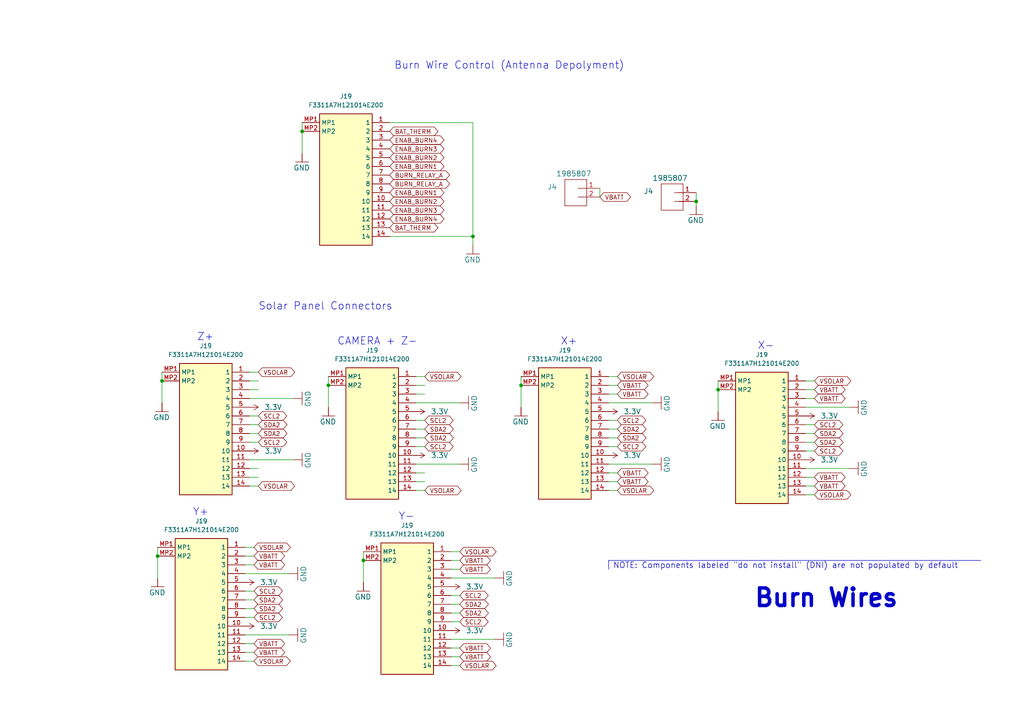
<source format=kicad_sch>
(kicad_sch (version 20230121) (generator eeschema)
  (paper "A4")
  (title_block (title "PyCubed Mainboard") (date "2021-06-09") (rev "v05c") (company "Max Holliday"))
  (lib_symbols
    (symbol "NDS8434_1" (pin_names (offset 1.016))
      (symbol "NDS8434_1_0_0"
        (polyline (pts (xy -7.62 -10.16) (xy -7.62 10.16)) (stroke (width 0.254)))
        (polyline (pts (xy -7.62 10.16) (xy 7.62 10.16)) (stroke (width 0.254)))
        (polyline (pts (xy 7.62 -10.16) (xy -7.62 -10.16)) (stroke (width 0.254)))
        (polyline (pts (xy 7.62 10.16) (xy 7.62 -10.16)) (stroke (width 0.254)))
        (pin bidirectional line (at -12.7 7.62 0) (length 5.08) (name "Source") (number "1"))
        (pin bidirectional line (at -12.7 2.54 0) (length 5.08) (name "Source") (number "2"))
        (pin bidirectional line (at -12.7 -2.54 0) (length 5.08) (name "Source") (number "3"))
        (pin bidirectional line (at -12.7 -7.62 0) (length 5.08) (name "Gate") (number "4"))
        (pin bidirectional line (at 12.7 7.62 180) (length 5.08) (name "Drain") (number "5"))
        (pin bidirectional line (at 12.7 2.54 180) (length 5.08) (name "Drain") (number "6"))
        (pin bidirectional line (at 12.7 -7.62 180) (length 5.08) (name "Drain") (number "7"))
        (pin bidirectional line (at 12.7 -2.54 180) (length 5.08) (name "Drain") (number "8"))
      )
    )
    (symbol "NDS8434_2" (pin_names (offset 1.016))
      (symbol "NDS8434_2_0_0"
        (polyline (pts (xy -7.62 -10.16) (xy -7.62 10.16)) (stroke (width 0.254)))
        (polyline (pts (xy -7.62 10.16) (xy 7.62 10.16)) (stroke (width 0.254)))
        (polyline (pts (xy 7.62 -10.16) (xy -7.62 -10.16)) (stroke (width 0.254)))
        (polyline (pts (xy 7.62 10.16) (xy 7.62 -10.16)) (stroke (width 0.254)))
        (pin bidirectional line (at -12.7 7.62 0) (length 5.08) (name "Source") (number "1"))
        (pin bidirectional line (at -12.7 2.54 0) (length 5.08) (name "Source") (number "2"))
        (pin bidirectional line (at -12.7 -2.54 0) (length 5.08) (name "Source") (number "3"))
        (pin bidirectional line (at -12.7 -7.62 0) (length 5.08) (name "Gate") (number "4"))
        (pin bidirectional line (at 12.7 7.62 180) (length 5.08) (name "Drain") (number "5"))
        (pin bidirectional line (at 12.7 2.54 180) (length 5.08) (name "Drain") (number "6"))
        (pin bidirectional line (at 12.7 -7.62 180) (length 5.08) (name "Drain") (number "7"))
        (pin bidirectional line (at 12.7 -2.54 180) (length 5.08) (name "Drain") (number "8"))
      )
    )
    (symbol "SamacSys_Parts:F3311A7H121014E200"
      (property "Reference" "J" (at 21.59 7.62 0))
      (property "Value" "F3311A7H121014E200" (at 21.59 5.08 0))
      (symbol "F3311A7H121014E200_1_1"
        (rectangle (start 5.08 2.54) (end 20.32 -35.56) (stroke (width 0.254)) (fill (type background)))
        (pin passive line (at 25.4 0 180) (length 5.08) (name "1") (number "1"))
        (pin passive line (at 25.4 -22.86 180) (length 5.08) (name "10") (number "10"))
        (pin passive line (at 25.4 -25.4 180) (length 5.08) (name "11") (number "11"))
        (pin passive line (at 25.4 -27.94 180) (length 5.08) (name "12") (number "12"))
        (pin passive line (at 25.4 -30.48 180) (length 5.08) (name "13") (number "13"))
        (pin passive line (at 25.4 -33.02 180) (length 5.08) (name "14") (number "14"))
        (pin passive line (at 25.4 -2.54 180) (length 5.08) (name "2") (number "2"))
        (pin passive line (at 25.4 -5.08 180) (length 5.08) (name "3") (number "3"))
        (pin passive line (at 25.4 -7.62 180) (length 5.08) (name "4") (number "4"))
        (pin passive line (at 25.4 -10.16 180) (length 5.08) (name "5") (number "5"))
        (pin passive line (at 25.4 -12.7 180) (length 5.08) (name "6") (number "6"))
        (pin passive line (at 25.4 -15.24 180) (length 5.08) (name "7") (number "7"))
        (pin passive line (at 25.4 -17.78 180) (length 5.08) (name "8") (number "8"))
        (pin passive line (at 25.4 -20.32 180) (length 5.08) (name "9") (number "9"))
        (pin passive line (at 0 0 0) (length 5.08) (name "MP1") (number "MP1"))
        (pin passive line (at 0 -2.54 0) (length 5.08) (name "MP2") (number "MP2"))
      )
    )
    (symbol "mainboard:3.3V" (power) (pin_names (offset 1.016))
      (property "Value" "3.3V" (at -1.016 3.556 0))
      (symbol "3.3V_1_0"
        (polyline (pts (xy 0 2.54) (xy -0.762 1.27)))
        (polyline (pts (xy 0.762 1.27) (xy 0 2.54)))
        (pin power_in line (at 0 0 90) (length 2.54) (name "3.3V") (number "1"))
      )
    )
    (symbol "mainboard:GND" (power) (pin_names (offset 1.016))
      (property "Value" "GND" (at -2.54 -2.54 0))
      (symbol "GND_1_0"
        (polyline (pts (xy -1.905 0) (xy 1.905 0)))
        (pin power_in line (at 0 2.54 270) (length 2.54) (name "GND") (number "1"))
      )
    )
    (symbol "mainboard:M023.5MM_LOCK" (pin_names (offset 1.016))
      (property "Reference" "JP" (at -2.54 5.842 0))
      (property "Value" "M023.5MM_LOCK" (at -2.54 -5.08 0))
      (symbol "M023.5MM_LOCK_1_0"
        (polyline (pts (xy -2.54 5.08) (xy -2.54 -2.54)))
        (polyline (pts (xy -2.54 5.08) (xy 3.81 5.08)))
        (polyline (pts (xy 1.27 0) (xy 2.54 0)))
        (polyline (pts (xy 1.27 2.54) (xy 2.54 2.54)))
        (polyline (pts (xy 3.81 -2.54) (xy -2.54 -2.54)))
        (polyline (pts (xy 3.81 -2.54) (xy 3.81 5.08)))
        (pin passive line (at 7.62 0 180) (length 5.08) (name "1") (number "1"))
        (pin passive line (at 7.62 2.54 180) (length 5.08) (name "2") (number "2"))
      )
    )
  )
  (junction (at 46.99 110.49))
  (junction (at 105.41 162.56))
  (junction (at 87.63 38.1))
  (junction (at 45.72 161.29))
  (junction (at 201.93 58.42))
  (junction (at 137.16 68.58))
  (junction (at 208.28 113.03))
  (junction (at 151.13 111.76))
  (junction (at 95.25 111.76))
  (wire (pts (xy 130.81 193.04) (xy 133.35 193.04)))
  (wire (pts (xy 74.93 120.65) (xy 72.39 120.65)))
  (wire (pts (xy 73.66 161.29) (xy 71.12 161.29)))
  (wire (pts (xy 73.66 171.45) (xy 71.12 171.45)))
  (wire (pts (xy 176.53 134.62) (xy 189.23 134.62)))
  (wire (pts (xy 45.72 161.29) (xy 45.72 167.64)))
  (wire (pts (xy 120.65 142.24) (xy 123.19 142.24)))
  (wire (pts (xy 179.07 114.3) (xy 176.53 114.3)))
  (wire (pts (xy 46.99 107.95) (xy 46.99 110.49)))
  (wire (pts (xy 201.93 58.42) (xy 201.93 59.69)))
  (wire (pts (xy 133.35 162.56) (xy 130.81 162.56)))
  (wire (pts (xy 179.07 121.92) (xy 176.53 121.92)))
  (wire (pts (xy 73.66 176.53) (xy 71.12 176.53)))
  (wire (pts (xy 73.66 179.07) (xy 71.12 179.07)))
  (wire (pts (xy 120.65 137.16) (xy 123.19 137.16)))
  (wire (pts (xy 72.39 140.97) (xy 74.93 140.97)))
  (wire (pts (xy 45.72 158.75) (xy 45.72 161.29)))
  (wire (pts (xy 208.28 110.49) (xy 208.28 113.03)))
  (wire (pts (xy 87.63 35.56) (xy 87.63 38.1)))
  (wire (pts (xy 133.35 165.1) (xy 130.81 165.1)))
  (wire (pts (xy 233.68 143.51) (xy 236.22 143.51)))
  (wire (pts (xy 176.53 116.84) (xy 189.23 116.84)))
  (wire (pts (xy 176.53 142.24) (xy 179.07 142.24)))
  (wire (pts (xy 236.22 128.27) (xy 233.68 128.27)))
  (wire (pts (xy 120.65 134.62) (xy 133.35 134.62)))
  (wire (pts (xy 71.12 184.15) (xy 83.82 184.15)))
  (wire (pts (xy 123.19 114.3) (xy 120.65 114.3)))
  (wire (pts (xy 74.93 125.73) (xy 72.39 125.73)))
  (wire (pts (xy 72.39 107.95) (xy 74.93 107.95)))
  (wire (pts (xy 123.19 121.92) (xy 120.65 121.92)))
  (wire (pts (xy 120.65 109.22) (xy 123.19 109.22)))
  (wire (pts (xy 236.22 125.73) (xy 233.68 125.73)))
  (wire (pts (xy 72.39 133.35) (xy 85.09 133.35)))
  (wire (pts (xy 176.53 139.7) (xy 179.07 139.7)))
  (wire (pts (xy 74.93 123.19) (xy 72.39 123.19)))
  (wire (pts (xy 123.19 129.54) (xy 120.65 129.54)))
  (wire (pts (xy 71.12 189.23) (xy 73.66 189.23)))
  (wire (pts (xy 179.07 127) (xy 176.53 127)))
  (wire (pts (xy 176.53 109.22) (xy 179.07 109.22)))
  (polyline (pts (xy 176.53 165.1) (xy 176.53 162.56)))
  (wire (pts (xy 130.81 187.96) (xy 133.35 187.96)))
  (wire (pts (xy 130.81 185.42) (xy 143.51 185.42)))
  (wire (pts (xy 74.93 128.27) (xy 72.39 128.27)))
  (wire (pts (xy 236.22 130.81) (xy 233.68 130.81)))
  (wire (pts (xy 105.41 160.02) (xy 105.41 162.56)))
  (wire (pts (xy 236.22 113.03) (xy 233.68 113.03)))
  (wire (pts (xy 179.07 124.46) (xy 176.53 124.46)))
  (wire (pts (xy 71.12 191.77) (xy 73.66 191.77)))
  (wire (pts (xy 233.68 140.97) (xy 236.22 140.97)))
  (wire (pts (xy 130.81 167.64) (xy 143.51 167.64)))
  (wire (pts (xy 201.93 55.88) (xy 201.93 58.42)))
  (wire (pts (xy 105.41 162.56) (xy 105.41 168.91)))
  (wire (pts (xy 74.93 110.49) (xy 72.39 110.49)))
  (wire (pts (xy 233.68 138.43) (xy 236.22 138.43)))
  (wire (pts (xy 173.99 54.61) (xy 173.99 57.15)))
  (wire (pts (xy 179.07 129.54) (xy 176.53 129.54)))
  (wire (pts (xy 233.68 135.89) (xy 246.38 135.89)))
  (wire (pts (xy 133.35 180.34) (xy 130.81 180.34)))
  (wire (pts (xy 176.53 137.16) (xy 179.07 137.16)))
  (wire (pts (xy 233.68 110.49) (xy 236.22 110.49)))
  (wire (pts (xy 113.03 68.58) (xy 137.16 68.58)))
  (wire (pts (xy 137.16 35.56) (xy 113.03 35.56)))
  (wire (pts (xy 208.28 113.03) (xy 208.28 119.38)))
  (wire (pts (xy 236.22 123.19) (xy 233.68 123.19)))
  (wire (pts (xy 151.13 111.76) (xy 151.13 118.11)))
  (wire (pts (xy 137.16 68.58) (xy 137.16 71.12)))
  (wire (pts (xy 123.19 127) (xy 120.65 127)))
  (wire (pts (xy 71.12 158.75) (xy 73.66 158.75)))
  (wire (pts (xy 87.63 38.1) (xy 87.63 44.45)))
  (wire (pts (xy 120.65 139.7) (xy 123.19 139.7)))
  (wire (pts (xy 130.81 160.02) (xy 133.35 160.02)))
  (wire (pts (xy 74.93 113.03) (xy 72.39 113.03)))
  (wire (pts (xy 71.12 186.69) (xy 73.66 186.69)))
  (wire (pts (xy 123.19 124.46) (xy 120.65 124.46)))
  (wire (pts (xy 71.12 166.37) (xy 83.82 166.37)))
  (wire (pts (xy 236.22 115.57) (xy 233.68 115.57)))
  (wire (pts (xy 130.81 190.5) (xy 133.35 190.5)))
  (wire (pts (xy 123.19 111.76) (xy 120.65 111.76)))
  (wire (pts (xy 133.35 177.8) (xy 130.81 177.8)))
  (wire (pts (xy 72.39 138.43) (xy 74.93 138.43)))
  (wire (pts (xy 120.65 116.84) (xy 133.35 116.84)))
  (wire (pts (xy 137.16 35.56) (xy 137.16 68.58)))
  (wire (pts (xy 151.13 109.22) (xy 151.13 111.76)))
  (wire (pts (xy 73.66 163.83) (xy 71.12 163.83)))
  (wire (pts (xy 179.07 111.76) (xy 176.53 111.76)))
  (wire (pts (xy 73.66 173.99) (xy 71.12 173.99)))
  (wire (pts (xy 95.25 109.22) (xy 95.25 111.76)))
  (wire (pts (xy 46.99 110.49) (xy 46.99 116.84)))
  (wire (pts (xy 72.39 115.57) (xy 85.09 115.57)))
  (wire (pts (xy 72.39 135.89) (xy 74.93 135.89)))
  (wire (pts (xy 233.68 118.11) (xy 246.38 118.11)))
  (polyline (pts (xy 176.53 162.56) (xy 284.48 162.56)))
  (wire (pts (xy 95.25 111.76) (xy 95.25 118.11)))
  (wire (pts (xy 133.35 175.26) (xy 130.81 175.26)))
  (wire (pts (xy 133.35 172.72) (xy 130.81 172.72)))
  (text "Z+" (at 57.15 99.06 0) (effects (font (size 2.159 2.159)) (justify left bottom)))
  (text "Burn Wire Control (Antenna Depolyment)" (at 114.3 20.32 0) (effects (font (size 2.159 2.159)) (justify left bottom)))
  (text "Burn Wires" (at 218.44 176.53 0) (effects (font (size 5.08 5.08) (thickness 1.016) bold) (justify left bottom)))
  (text "NOTE: Components labeled \"do not install\" (DNI) are not populated by default" (at 177.8 165.1 0) (effects (font (size 1.651 1.651)) (justify left bottom)))
  (text "X-" (at 219.71 101.6 0) (effects (font (size 2.159 2.159)) (justify left bottom)))
  (text "Y+" (at 55.88 149.86 0) (effects (font (size 2.159 2.159)) (justify left bottom)))
  (text "Y-" (at 115.57 151.13 0) (effects (font (size 2.159 2.159)) (justify left bottom)))
  (text "CAMERA + Z-" (at 97.79 100.33 0) (effects (font (size 2.159 2.159)) (justify left bottom)))
  (text "X+" (at 162.56 100.33 0) (effects (font (size 2.159 2.159)) (justify left bottom)))
  (text "Solar Panel Connectors" (at 74.93 90.17 0) (effects (font (size 2.159 2.159)) (justify left bottom)))
  (global_label "VSOLAR" (shape bidirectional) (at 179.07 142.24 0) (property "Intersheetrefs" "${INTERSHEET_REFS}" (effects hide)))
  (global_label "VBATT" (shape bidirectional) (at 236.22 140.97 0) (property "Intersheetrefs" "${INTERSHEET_REFS}" (effects hide)))
  (global_label "SDA2" (shape bidirectional) (at 123.19 124.46 0) (property "Intersheetrefs" "${INTERSHEET_REFS}" (effects hide)))
  (global_label "VBATT" (shape bidirectional) (at 73.66 186.69 0) (property "Intersheetrefs" "${INTERSHEET_REFS}" (effects hide)))
  (global_label "ENAB_BURN3" (shape bidirectional) (at 113.03 43.18 0) (property "Intersheetrefs" "${INTERSHEET_REFS}" (effects hide)))
  (global_label "BURN_RELAY_A" (shape bidirectional) (at 113.03 53.34 0) (property "Intersheetrefs" "${INTERSHEET_REFS}" (effects hide)))
  (global_label "VSOLAR" (shape bidirectional) (at 123.19 142.24 0) (property "Intersheetrefs" "${INTERSHEET_REFS}" (effects hide)))
  (global_label "SDA2" (shape bidirectional) (at 74.93 123.19 0) (property "Intersheetrefs" "${INTERSHEET_REFS}" (effects hide)))
  (global_label "VSOLAR" (shape bidirectional) (at 74.93 140.97 0) (property "Intersheetrefs" "${INTERSHEET_REFS}" (effects hide)))
  (global_label "ENAB_BURN1" (shape bidirectional) (at 113.03 55.88 0) (property "Intersheetrefs" "${INTERSHEET_REFS}" (effects hide)))
  (global_label "SDA2" (shape bidirectional) (at 73.66 173.99 0) (property "Intersheetrefs" "${INTERSHEET_REFS}" (effects hide)))
  (global_label "VBATT" (shape bidirectional) (at 133.35 165.1 0) (property "Intersheetrefs" "${INTERSHEET_REFS}" (effects hide)))
  (global_label "SDA2" (shape bidirectional) (at 236.22 125.73 0) (property "Intersheetrefs" "${INTERSHEET_REFS}" (effects hide)))
  (global_label "SCL2" (shape bidirectional) (at 74.93 128.27 0) (property "Intersheetrefs" "${INTERSHEET_REFS}" (effects hide)))
  (global_label "VBATT" (shape bidirectional) (at 179.07 111.76 0) (property "Intersheetrefs" "${INTERSHEET_REFS}" (effects hide)))
  (global_label "ENAB_BURN3" (shape bidirectional) (at 113.03 60.96 0) (property "Intersheetrefs" "${INTERSHEET_REFS}" (effects hide)))
  (global_label "SCL2" (shape bidirectional) (at 179.07 129.54 0) (property "Intersheetrefs" "${INTERSHEET_REFS}" (effects hide)))
  (global_label "SCL2" (shape bidirectional) (at 236.22 123.19 0) (property "Intersheetrefs" "${INTERSHEET_REFS}" (effects hide)))
  (global_label "VBATT" (shape bidirectional) (at 133.35 190.5 0) (property "Intersheetrefs" "${INTERSHEET_REFS}" (effects hide)))
  (global_label "VBATT" (shape bidirectional) (at 179.07 114.3 0) (property "Intersheetrefs" "${INTERSHEET_REFS}" (effects hide)))
  (global_label "ENAB_BURN1" (shape bidirectional) (at 113.03 48.26 0) (property "Intersheetrefs" "${INTERSHEET_REFS}" (effects hide)))
  (global_label "SCL2" (shape bidirectional) (at 123.19 129.54 0) (property "Intersheetrefs" "${INTERSHEET_REFS}" (effects hide)))
  (global_label "VSOLAR" (shape bidirectional) (at 73.66 158.75 0) (property "Intersheetrefs" "${INTERSHEET_REFS}" (effects hide)))
  (global_label "SCL2" (shape bidirectional) (at 74.93 120.65 0) (property "Intersheetrefs" "${INTERSHEET_REFS}" (effects hide)))
  (global_label "ENAB_BURN2" (shape bidirectional) (at 113.03 45.72 0) (property "Intersheetrefs" "${INTERSHEET_REFS}" (effects hide)))
  (global_label "BAT_THERM" (shape bidirectional) (at 113.03 66.04 0) (property "Intersheetrefs" "${INTERSHEET_REFS}" (effects hide)))
  (global_label "VSOLAR" (shape bidirectional) (at 123.19 109.22 0) (property "Intersheetrefs" "${INTERSHEET_REFS}" (effects hide)))
  (global_label "VBATT" (shape bidirectional) (at 133.35 162.56 0) (property "Intersheetrefs" "${INTERSHEET_REFS}" (effects hide)))
  (global_label "ENAB_BURN2" (shape bidirectional) (at 113.03 58.42 0) (property "Intersheetrefs" "${INTERSHEET_REFS}" (effects hide)))
  (global_label "VBATT" (shape bidirectional) (at 133.35 187.96 0) (property "Intersheetrefs" "${INTERSHEET_REFS}" (effects hide)))
  (global_label "SCL2" (shape bidirectional) (at 179.07 121.92 0) (property "Intersheetrefs" "${INTERSHEET_REFS}" (effects hide)))
  (global_label "SCL2" (shape bidirectional) (at 133.35 172.72 0) (property "Intersheetrefs" "${INTERSHEET_REFS}" (effects hide)))
  (global_label "SDA2" (shape bidirectional) (at 236.22 128.27 0) (property "Intersheetrefs" "${INTERSHEET_REFS}" (effects hide)))
  (global_label "SCL2" (shape bidirectional) (at 133.35 180.34 0) (property "Intersheetrefs" "${INTERSHEET_REFS}" (effects hide)))
  (global_label "SCL2" (shape bidirectional) (at 123.19 121.92 0) (property "Intersheetrefs" "${INTERSHEET_REFS}" (effects hide)))
  (global_label "VSOLAR" (shape bidirectional) (at 133.35 193.04 0) (property "Intersheetrefs" "${INTERSHEET_REFS}" (effects hide)))
  (global_label "SDA2" (shape bidirectional) (at 133.35 177.8 0) (property "Intersheetrefs" "${INTERSHEET_REFS}" (effects hide)))
  (global_label "SDA2" (shape bidirectional) (at 133.35 175.26 0) (property "Intersheetrefs" "${INTERSHEET_REFS}" (effects hide)))
  (global_label "VBATT" (shape bidirectional) (at 73.66 163.83 0) (property "Intersheetrefs" "${INTERSHEET_REFS}" (effects hide)))
  (global_label "SCL2" (shape bidirectional) (at 73.66 179.07 0) (property "Intersheetrefs" "${INTERSHEET_REFS}" (effects hide)))
  (global_label "ENAB_BURN4" (shape bidirectional) (at 113.03 63.5 0) (property "Intersheetrefs" "${INTERSHEET_REFS}" (effects hide)))
  (global_label "VSOLAR" (shape bidirectional) (at 236.22 143.51 0) (property "Intersheetrefs" "${INTERSHEET_REFS}" (effects hide)))
  (global_label "VBATT" (shape bidirectional) (at 73.66 189.23 0) (property "Intersheetrefs" "${INTERSHEET_REFS}" (effects hide)))
  (global_label "SCL2" (shape bidirectional) (at 73.66 171.45 0) (property "Intersheetrefs" "${INTERSHEET_REFS}" (effects hide)))
  (global_label "SDA2" (shape bidirectional) (at 74.93 125.73 0) (property "Intersheetrefs" "${INTERSHEET_REFS}" (effects hide)))
  (global_label "VSOLAR" (shape bidirectional) (at 73.66 191.77 0) (property "Intersheetrefs" "${INTERSHEET_REFS}" (effects hide)))
  (global_label "VSOLAR" (shape bidirectional) (at 236.22 110.49 0) (property "Intersheetrefs" "${INTERSHEET_REFS}" (effects hide)))
  (global_label "VBATT" (shape bidirectional) (at 73.66 161.29 0) (property "Intersheetrefs" "${INTERSHEET_REFS}" (effects hide)))
  (global_label "BAT_THERM" (shape bidirectional) (at 113.03 38.1 0) (property "Intersheetrefs" "${INTERSHEET_REFS}" (effects hide)))
  (global_label "VBATT" (shape bidirectional) (at 179.07 139.7 0) (property "Intersheetrefs" "${INTERSHEET_REFS}" (effects hide)))
  (global_label "VBATT" (shape bidirectional) (at 173.99 57.15 0) (property "Intersheetrefs" "${INTERSHEET_REFS}" (effects hide)))
  (global_label "VSOLAR" (shape bidirectional) (at 74.93 107.95 0) (property "Intersheetrefs" "${INTERSHEET_REFS}" (effects hide)))
  (global_label "ENAB_BURN4" (shape bidirectional) (at 113.03 40.64 0) (property "Intersheetrefs" "${INTERSHEET_REFS}" (effects hide)))
  (global_label "VSOLAR" (shape bidirectional) (at 133.35 160.02 0) (property "Intersheetrefs" "${INTERSHEET_REFS}" (effects hide)))
  (global_label "SDA2" (shape bidirectional) (at 179.07 127 0) (property "Intersheetrefs" "${INTERSHEET_REFS}" (effects hide)))
  (global_label "SCL2" (shape bidirectional) (at 236.22 130.81 0) (property "Intersheetrefs" "${INTERSHEET_REFS}" (effects hide)))
  (global_label "SDA2" (shape bidirectional) (at 123.19 127 0) (property "Intersheetrefs" "${INTERSHEET_REFS}" (effects hide)))
  (global_label "VBATT" (shape bidirectional) (at 179.07 137.16 0) (property "Intersheetrefs" "${INTERSHEET_REFS}" (effects hide)))
  (global_label "SDA2" (shape bidirectional) (at 73.66 176.53 0) (property "Intersheetrefs" "${INTERSHEET_REFS}" (effects hide)))
  (global_label "BURN_RELAY_A" (shape bidirectional) (at 113.03 50.8 0) (property "Intersheetrefs" "${INTERSHEET_REFS}" (effects hide)))
  (global_label "VBATT" (shape bidirectional) (at 236.22 138.43 0) (property "Intersheetrefs" "${INTERSHEET_REFS}" (effects hide)))
  (global_label "SDA2" (shape bidirectional) (at 179.07 124.46 0) (property "Intersheetrefs" "${INTERSHEET_REFS}" (effects hide)))
  (global_label "VSOLAR" (shape bidirectional) (at 179.07 109.22 0) (property "Intersheetrefs" "${INTERSHEET_REFS}" (effects hide)))
  (global_label "VBATT" (shape bidirectional) (at 236.22 115.57 0) (property "Intersheetrefs" "${INTERSHEET_REFS}" (effects hide)))
  (global_label "VBATT" (shape bidirectional) (at 236.22 113.03 0) (property "Intersheetrefs" "${INTERSHEET_REFS}" (effects hide)))
  (symbol (lib_id "mainboard:GND") (at 135.89 116.84 90) (unit 1)
    (property "Reference" "#GND062" (effects hide))
    (property "Value" "GND" (at 138.43 119.38 0) (effects (font (size 1.4986 1.4986)) (justify left bottom)))
    (instances (project "mainboard" (path "" (reference "#GND062") (unit 1)) (path "" (reference "#GND?") (unit 1))))
  )
  (symbol (lib_id "mainboard:GND") (at 146.05 185.42 90) (unit 1)
    (property "Reference" "#GND084" (effects hide))
    (property "Value" "GND" (at 148.59 187.96 0) (effects (font (size 1.4986 1.4986)) (justify left bottom)))
    (instances (project "mainboard" (path "" (reference "#GND084") (unit 1)) (path "" (reference "#GND?") (unit 1))))
  )
  (symbol (lib_id "mainboard:GND") (at 146.05 167.64 90) (unit 1)
    (property "Reference" "#GND083" (effects hide))
    (property "Value" "GND" (at 148.59 170.18 0) (effects (font (size 1.4986 1.4986)) (justify left bottom)))
    (instances (project "mainboard" (path "" (reference "#GND083") (unit 1)) (path "" (reference "#GND?") (unit 1))))
  )
  (symbol (lib_id "SamacSys_Parts:F3311A7H121014E200") (at 46.99 107.95 0) (unit 1)
    (property "Reference" "J19" (at 59.69 100.33 0))
    (property "Value" "F3311A7H121014E200" (at 59.69 102.87 0))
    (property "Footprint" "F3311A7H121014E200" (effects hide))
    (property "Datasheet" "https://cdn.amphenol-cs.com/media/wysiwyg/files/documentation/datasheet/flex/ffc_fpc_050mm_f331.pdf" (effects hide))
    (property "Height" "1.12" (effects hide))
    (property "Manufacturer_Name" "Amphenol Communications Solutions" (effects hide))
    (property "Manufacturer_Part_Number" "F3311A7H121014E200" (effects hide))
    (instances (project "mainboard" (path "" (reference "J19") (unit 1)) (path "" (reference "J19") (unit 1)) (path "" (reference "J20") (unit 1))))
  )
  (symbol (lib_id "mainboard:3.3V") (at 72.39 130.81 270) (unit 1)
    (property "Reference" "#SUPPLY?" (effects hide))
    (property "Value" "3.3V" (at 76.6826 130.81 90) (effects (font (size 1.4986 1.4986)) (justify left)))
    (instances (project "mainboard" (path "" (reference "#SUPPLY?") (unit 1)) (path "" (reference "#SUPPLY?") (unit 1)) (path "" (reference "#SUPPLY010") (unit 1)) (path "" (reference "#SUPPLY014") (unit 1))))
  )
  (symbol (lib_id "mainboard:3.3V") (at 176.53 132.08 270) (unit 1)
    (property "Reference" "#SUPPLY?" (effects hide))
    (property "Value" "3.3V" (at 180.8226 132.08 90) (effects (font (size 1.4986 1.4986)) (justify left)))
    (instances (project "mainboard" (path "" (reference "#SUPPLY?") (unit 1)) (path "" (reference "#SUPPLY?") (unit 1)) (path "" (reference "#SUPPLY010") (unit 1)) (path "" (reference "#SUPPLY018") (unit 1))))
  )
  (symbol (lib_id "mainboard:3.3V") (at 120.65 119.38 270) (unit 1)
    (property "Reference" "#SUPPLY?" (effects hide))
    (property "Value" "3.3V" (at 124.9426 119.38 90) (effects (font (size 1.4986 1.4986)) (justify left)))
    (instances (project "mainboard" (path "" (reference "#SUPPLY?") (unit 1)) (path "" (reference "#SUPPLY?") (unit 1)) (path "" (reference "#SUPPLY010") (unit 1)) (path "" (reference "#SUPPLY015") (unit 1))))
  )
  (symbol (lib_id "mainboard:GND") (at 87.63 46.99 0) (unit 1)
    (property "Reference" "#GND059" (effects hide))
    (property "Value" "GND" (at 85.09 49.53 0) (effects (font (size 1.4986 1.4986)) (justify left bottom)))
    (instances (project "mainboard" (path "" (reference "#GND059") (unit 1)) (path "" (reference "#GND?") (unit 1))))
  )
  (symbol (lib_id "mainboard:3.3V") (at 130.81 170.18 270) (unit 1)
    (property "Reference" "#SUPPLY?" (effects hide))
    (property "Value" "3.3V" (at 135.1026 170.18 90) (effects (font (size 1.4986 1.4986)) (justify left)))
    (instances (project "mainboard" (path "" (reference "#SUPPLY?") (unit 1)) (path "" (reference "#SUPPLY?") (unit 1)) (path "" (reference "#SUPPLY010") (unit 1)) (path "" (reference "#SUPPLY023") (unit 1))))
  )
  (symbol (lib_id "mainboard:GND") (at 208.28 121.92 0) (unit 1)
    (property "Reference" "#GND076" (effects hide))
    (property "Value" "GND" (at 205.74 124.46 0) (effects (font (size 1.4986 1.4986)) (justify left bottom)))
    (instances (project "mainboard" (path "" (reference "#GND076") (unit 1)) (path "" (reference "#GND?") (unit 1))))
  )
  (symbol (lib_id "mainboard:GND") (at 86.36 184.15 90) (unit 1)
    (property "Reference" "#GND081" (effects hide))
    (property "Value" "GND" (at 88.9 186.69 0) (effects (font (size 1.4986 1.4986)) (justify left bottom)))
    (instances (project "mainboard" (path "" (reference "#GND081") (unit 1)) (path "" (reference "#GND?") (unit 1))))
  )
  (symbol (lib_id "SamacSys_Parts:F3311A7H121014E200") (at 87.63 35.56 0) (unit 1)
    (property "Reference" "J19" (at 100.33 27.94 0))
    (property "Value" "F3311A7H121014E200" (at 100.33 30.48 0))
    (property "Footprint" "F3311A7H121014E200" (effects hide))
    (property "Datasheet" "https://cdn.amphenol-cs.com/media/wysiwyg/files/documentation/datasheet/flex/ffc_fpc_050mm_f331.pdf" (effects hide))
    (property "Height" "1.12" (effects hide))
    (property "Manufacturer_Name" "Amphenol Communications Solutions" (effects hide))
    (property "Manufacturer_Part_Number" "F3311A7H121014E200" (effects hide))
    (instances (project "mainboard" (path "" (reference "J19") (unit 1)) (path "" (reference "J19") (unit 1)) (path "" (reference "J22") (unit 1))))
  )
  (symbol (lib_id "mainboard:3.3V") (at 120.65 132.08 270) (unit 1)
    (property "Reference" "#SUPPLY?" (effects hide))
    (property "Value" "3.3V" (at 124.9426 132.08 90) (effects (font (size 1.4986 1.4986)) (justify left)))
    (instances (project "mainboard" (path "" (reference "#SUPPLY?") (unit 1)) (path "" (reference "#SUPPLY?") (unit 1)) (path "" (reference "#SUPPLY010") (unit 1)) (path "" (reference "#SUPPLY016") (unit 1))))
  )
  (symbol (lib_id "mainboard:GND") (at 46.99 119.38 0) (unit 1)
    (property "Reference" "#GND061" (effects hide))
    (property "Value" "GND" (at 44.45 121.92 0) (effects (font (size 1.4986 1.4986)) (justify left bottom)))
    (instances (project "mainboard" (path "" (reference "#GND061") (unit 1)) (path "" (reference "#GND?") (unit 1))))
  )
  (symbol (lib_id "mainboard:GND") (at 151.13 120.65 0) (unit 1)
    (property "Reference" "#GND073" (effects hide))
    (property "Value" "GND" (at 148.59 123.19 0) (effects (font (size 1.4986 1.4986)) (justify left bottom)))
    (instances (project "mainboard" (path "" (reference "#GND073") (unit 1)) (path "" (reference "#GND?") (unit 1))))
  )
  (symbol (lib_id "mainboard:GND") (at 105.41 171.45 0) (unit 1)
    (property "Reference" "#GND082" (effects hide))
    (property "Value" "GND" (at 102.87 173.99 0) (effects (font (size 1.4986 1.4986)) (justify left bottom)))
    (instances (project "mainboard" (path "" (reference "#GND082") (unit 1)) (path "" (reference "#GND?") (unit 1))))
  )
  (symbol (lib_id "SamacSys_Parts:F3311A7H121014E200") (at 151.13 109.22 0) (unit 1)
    (property "Reference" "J19" (at 163.83 101.6 0))
    (property "Value" "F3311A7H121014E200" (at 163.83 104.14 0))
    (property "Footprint" "F3311A7H121014E200" (effects hide))
    (property "Datasheet" "https://cdn.amphenol-cs.com/media/wysiwyg/files/documentation/datasheet/flex/ffc_fpc_050mm_f331.pdf" (effects hide))
    (property "Height" "1.12" (effects hide))
    (property "Manufacturer_Name" "Amphenol Communications Solutions" (effects hide))
    (property "Manufacturer_Part_Number" "F3311A7H121014E200" (effects hide))
    (instances (project "mainboard" (path "" (reference "J19") (unit 1)) (path "" (reference "J19") (unit 1)) (path "" (reference "J5") (unit 1))))
  )
  (symbol (lib_id "mainboard:3.3V") (at 72.39 118.11 270) (unit 1)
    (property "Reference" "#SUPPLY?" (effects hide))
    (property "Value" "3.3V" (at 76.6826 118.11 90) (effects (font (size 1.4986 1.4986)) (justify left)))
    (instances (project "mainboard" (path "" (reference "#SUPPLY?") (unit 1)) (path "" (reference "#SUPPLY?") (unit 1)) (path "" (reference "#SUPPLY010") (unit 1)) (path "" (reference "#SUPPLY03") (unit 1))))
  )
  (symbol (lib_id "mainboard:M023.5MM_LOCK") (at 194.31 55.88 0) (mirror x) (unit 1)
    (property "Reference" "J4" (at 186.69 54.61 0) (effects (font (size 1.4986 1.4986)) (justify left bottom)))
    (property "Value" "1985807" (at 189.23 50.8 0) (effects (font (size 1.4986 1.4986)) (justify left bottom)))
    (property "Footprint" "mainboard:SCREWTERMINAL-3.5MM-2_LOCK" (effects hide))
    (property "Datasheet" "https://www.mouser.com/datasheet/2/324/4/1985807-1458929.pdf" (effects hide))
    (property "Description" "2-pin Screw Terminal - Side Entry" (effects hide))
    (property "Flight" "1985807" (effects hide))
    (property "Manufacturer_Name" "Phoenix Contact" (effects hide))
    (property "Manufacturer_Part_Number" "1985807" (effects hide))
    (property "Proto" "1985807" (effects hide))
    (instances (project "mainboard" (path "" (reference "J4") (unit 1)) (path "" (reference "JP?") (unit 1)) (path "" (reference "J8") (unit 1))))
  )
  (symbol (lib_id "SamacSys_Parts:F3311A7H121014E200") (at 208.28 110.49 0) (unit 1)
    (property "Reference" "J19" (at 220.98 102.87 0))
    (property "Value" "F3311A7H121014E200" (at 220.98 105.41 0))
    (property "Footprint" "F3311A7H121014E200" (effects hide))
    (property "Datasheet" "https://cdn.amphenol-cs.com/media/wysiwyg/files/documentation/datasheet/flex/ffc_fpc_050mm_f331.pdf" (effects hide))
    (property "Height" "1.12" (effects hide))
    (property "Manufacturer_Name" "Amphenol Communications Solutions" (effects hide))
    (property "Manufacturer_Part_Number" "F3311A7H121014E200" (effects hide))
    (instances (project "mainboard" (path "" (reference "J19") (unit 1)) (path "" (reference "J19") (unit 1)) (path "" (reference "J6") (unit 1))))
  )
  (symbol (lib_id "mainboard:3.3V") (at 233.68 120.65 270) (unit 1)
    (property "Reference" "#SUPPLY?" (effects hide))
    (property "Value" "3.3V" (at 237.9726 120.65 90) (effects (font (size 1.4986 1.4986)) (justify left)))
    (instances (project "mainboard" (path "" (reference "#SUPPLY?") (unit 1)) (path "" (reference "#SUPPLY?") (unit 1)) (path "" (reference "#SUPPLY010") (unit 1)) (path "" (reference "#SUPPLY019") (unit 1))))
  )
  (symbol (lib_id "mainboard:GND") (at 248.92 135.89 90) (unit 1)
    (property "Reference" "#GND078" (effects hide))
    (property "Value" "GND" (at 251.46 138.43 0) (effects (font (size 1.4986 1.4986)) (justify left bottom)))
    (instances (project "mainboard" (path "" (reference "#GND078") (unit 1)) (path "" (reference "#GND?") (unit 1))))
  )
  (symbol (lib_id "mainboard:GND") (at 137.16 73.66 0) (unit 1)
    (property "Reference" "#GND031" (effects hide))
    (property "Value" "GND" (at 134.62 76.2 0) (effects (font (size 1.4986 1.4986)) (justify left bottom)))
    (instances (project "mainboard" (path "" (reference "#GND031") (unit 1)) (path "" (reference "#GND?") (unit 1))))
  )
  (symbol (lib_id "mainboard:GND") (at 87.63 115.57 90) (unit 1)
    (property "Reference" "#GND056" (effects hide))
    (property "Value" "GND" (at 90.17 118.11 0) (effects (font (size 1.4986 1.4986)) (justify left bottom)))
    (instances (project "mainboard" (path "" (reference "#GND056") (unit 1)) (path "" (reference "#GND?") (unit 1))))
  )
  (symbol (lib_id "mainboard:GND") (at 201.93 62.23 0) (unit 1)
    (property "Reference" "#GND030" (effects hide))
    (property "Value" "GND" (at 199.39 64.77 0) (effects (font (size 1.4986 1.4986)) (justify left bottom)))
    (instances (project "mainboard" (path "" (reference "#GND030") (unit 1)) (path "" (reference "#GND?") (unit 1))))
  )
  (symbol (lib_id "SamacSys_Parts:F3311A7H121014E200") (at 105.41 160.02 0) (unit 1)
    (property "Reference" "J19" (at 118.11 152.4 0))
    (property "Value" "F3311A7H121014E200" (at 118.11 154.94 0))
    (property "Footprint" "F3311A7H121014E200" (effects hide))
    (property "Datasheet" "https://cdn.amphenol-cs.com/media/wysiwyg/files/documentation/datasheet/flex/ffc_fpc_050mm_f331.pdf" (effects hide))
    (property "Height" "1.12" (effects hide))
    (property "Manufacturer_Name" "Amphenol Communications Solutions" (effects hide))
    (property "Manufacturer_Part_Number" "F3311A7H121014E200" (effects hide))
    (instances (project "mainboard" (path "" (reference "J19") (unit 1)) (path "" (reference "J19") (unit 1)) (path "" (reference "J23") (unit 1))))
  )
  (symbol (lib_id "SamacSys_Parts:F3311A7H121014E200") (at 45.72 158.75 0) (unit 1)
    (property "Reference" "J19" (at 58.42 151.13 0))
    (property "Value" "F3311A7H121014E200" (at 58.42 153.67 0))
    (property "Footprint" "F3311A7H121014E200" (effects hide))
    (property "Datasheet" "https://cdn.amphenol-cs.com/media/wysiwyg/files/documentation/datasheet/flex/ffc_fpc_050mm_f331.pdf" (effects hide))
    (property "Height" "1.12" (effects hide))
    (property "Manufacturer_Name" "Amphenol Communications Solutions" (effects hide))
    (property "Manufacturer_Part_Number" "F3311A7H121014E200" (effects hide))
    (instances (project "mainboard" (path "" (reference "J19") (unit 1)) (path "" (reference "J19") (unit 1)) (path "" (reference "J15") (unit 1))))
  )
  (symbol (lib_id "mainboard:3.3V") (at 130.81 182.88 270) (unit 1)
    (property "Reference" "#SUPPLY?" (effects hide))
    (property "Value" "3.3V" (at 135.1026 182.88 90) (effects (font (size 1.4986 1.4986)) (justify left)))
    (instances (project "mainboard" (path "" (reference "#SUPPLY?") (unit 1)) (path "" (reference "#SUPPLY?") (unit 1)) (path "" (reference "#SUPPLY010") (unit 1)) (path "" (reference "#SUPPLY024") (unit 1))))
  )
  (symbol (lib_id "mainboard:GND") (at 95.25 120.65 0) (unit 1)
    (property "Reference" "#GND060" (effects hide))
    (property "Value" "GND" (at 92.71 123.19 0) (effects (font (size 1.4986 1.4986)) (justify left bottom)))
    (instances (project "mainboard" (path "" (reference "#GND060") (unit 1)) (path "" (reference "#GND?") (unit 1))))
  )
  (symbol (lib_id "mainboard:GND") (at 45.72 170.18 0) (unit 1)
    (property "Reference" "#GND079" (effects hide))
    (property "Value" "GND" (at 43.18 172.72 0) (effects (font (size 1.4986 1.4986)) (justify left bottom)))
    (instances (project "mainboard" (path "" (reference "#GND079") (unit 1)) (path "" (reference "#GND?") (unit 1))))
  )
  (symbol (lib_id "mainboard:GND") (at 135.89 134.62 90) (unit 1)
    (property "Reference" "#GND063" (effects hide))
    (property "Value" "GND" (at 138.43 137.16 0) (effects (font (size 1.4986 1.4986)) (justify left bottom)))
    (instances (project "mainboard" (path "" (reference "#GND063") (unit 1)) (path "" (reference "#GND?") (unit 1))))
  )
  (symbol (lib_id "mainboard:3.3V") (at 71.12 168.91 270) (unit 1)
    (property "Reference" "#SUPPLY?" (effects hide))
    (property "Value" "3.3V" (at 75.4126 168.91 90) (effects (font (size 1.4986 1.4986)) (justify left)))
    (instances (project "mainboard" (path "" (reference "#SUPPLY?") (unit 1)) (path "" (reference "#SUPPLY?") (unit 1)) (path "" (reference "#SUPPLY010") (unit 1)) (path "" (reference "#SUPPLY021") (unit 1))))
  )
  (symbol (lib_id "mainboard:M023.5MM_LOCK") (at 166.37 54.61 0) (mirror x) (unit 1)
    (property "Reference" "J4" (at 158.75 53.34 0) (effects (font (size 1.4986 1.4986)) (justify left bottom)))
    (property "Value" "1985807" (at 161.29 49.53 0) (effects (font (size 1.4986 1.4986)) (justify left bottom)))
    (property "Footprint" "mainboard:SCREWTERMINAL-3.5MM-2_LOCK" (effects hide))
    (property "Datasheet" "https://www.mouser.com/datasheet/2/324/4/1985807-1458929.pdf" (effects hide))
    (property "Description" "2-pin Screw Terminal - Side Entry" (effects hide))
    (property "Flight" "1985807" (effects hide))
    (property "Manufacturer_Name" "Phoenix Contact" (effects hide))
    (property "Manufacturer_Part_Number" "1985807" (effects hide))
    (property "Proto" "1985807" (effects hide))
    (instances (project "mainboard" (path "" (reference "J4") (unit 1)) (path "" (reference "JP?") (unit 1)) (path "" (reference "J10") (unit 1))))
  )
  (symbol (lib_id "mainboard:GND") (at 191.77 116.84 90) (unit 1)
    (property "Reference" "#GND074" (effects hide))
    (property "Value" "GND" (at 194.31 119.38 0) (effects (font (size 1.4986 1.4986)) (justify left bottom)))
    (instances (project "mainboard" (path "" (reference "#GND074") (unit 1)) (path "" (reference "#GND?") (unit 1))))
  )
  (symbol (lib_id "mainboard:GND") (at 86.36 166.37 90) (unit 1)
    (property "Reference" "#GND080" (effects hide))
    (property "Value" "GND" (at 88.9 168.91 0) (effects (font (size 1.4986 1.4986)) (justify left bottom)))
    (instances (project "mainboard" (path "" (reference "#GND080") (unit 1)) (path "" (reference "#GND?") (unit 1))))
  )
  (symbol (lib_id "mainboard:3.3V") (at 71.12 181.61 270) (unit 1)
    (property "Reference" "#SUPPLY?" (effects hide))
    (property "Value" "3.3V" (at 75.4126 181.61 90) (effects (font (size 1.4986 1.4986)) (justify left)))
    (instances (project "mainboard" (path "" (reference "#SUPPLY?") (unit 1)) (path "" (reference "#SUPPLY?") (unit 1)) (path "" (reference "#SUPPLY010") (unit 1)) (path "" (reference "#SUPPLY022") (unit 1))))
  )
  (symbol (lib_id "mainboard:GND") (at 87.63 133.35 90) (unit 1)
    (property "Reference" "#GND058" (effects hide))
    (property "Value" "GND" (at 90.17 135.89 0) (effects (font (size 1.4986 1.4986)) (justify left bottom)))
    (instances (project "mainboard" (path "" (reference "#GND058") (unit 1)) (path "" (reference "#GND?") (unit 1))))
  )
  (symbol (lib_id "mainboard:3.3V") (at 176.53 119.38 270) (unit 1)
    (property "Reference" "#SUPPLY?" (effects hide))
    (property "Value" "3.3V" (at 180.8226 119.38 90) (effects (font (size 1.4986 1.4986)) (justify left)))
    (instances (project "mainboard" (path "" (reference "#SUPPLY?") (unit 1)) (path "" (reference "#SUPPLY?") (unit 1)) (path "" (reference "#SUPPLY010") (unit 1)) (path "" (reference "#SUPPLY017") (unit 1))))
  )
  (symbol (lib_id "mainboard:3.3V") (at 233.68 133.35 270) (unit 1)
    (property "Reference" "#SUPPLY?" (effects hide))
    (property "Value" "3.3V" (at 237.9726 133.35 90) (effects (font (size 1.4986 1.4986)) (justify left)))
    (instances (project "mainboard" (path "" (reference "#SUPPLY?") (unit 1)) (path "" (reference "#SUPPLY?") (unit 1)) (path "" (reference "#SUPPLY010") (unit 1)) (path "" (reference "#SUPPLY020") (unit 1))))
  )
  (symbol (lib_id "SamacSys_Parts:F3311A7H121014E200") (at 95.25 109.22 0) (unit 1)
    (property "Reference" "J19" (at 107.95 101.6 0))
    (property "Value" "F3311A7H121014E200" (at 107.95 104.14 0))
    (property "Footprint" "F3311A7H121014E200" (effects hide))
    (property "Datasheet" "https://cdn.amphenol-cs.com/media/wysiwyg/files/documentation/datasheet/flex/ffc_fpc_050mm_f331.pdf" (effects hide))
    (property "Height" "1.12" (effects hide))
    (property "Manufacturer_Name" "Amphenol Communications Solutions" (effects hide))
    (property "Manufacturer_Part_Number" "F3311A7H121014E200" (effects hide))
    (instances (project "mainboard" (path "" (reference "J19") (unit 1)) (path "" (reference "J19") (unit 1)) (path "" (reference "J21") (unit 1))))
  )
  (symbol (lib_id "mainboard:GND") (at 191.77 134.62 90) (unit 1)
    (property "Reference" "#GND075" (effects hide))
    (property "Value" "GND" (at 194.31 137.16 0) (effects (font (size 1.4986 1.4986)) (justify left bottom)))
    (instances (project "mainboard" (path "" (reference "#GND075") (unit 1)) (path "" (reference "#GND?") (unit 1))))
  )
  (symbol (lib_id "mainboard:GND") (at 248.92 118.11 90) (unit 1)
    (property "Reference" "#GND077" (effects hide))
    (property "Value" "GND" (at 251.46 120.65 0) (effects (font (size 1.4986 1.4986)) (justify left bottom)))
    (instances (project "mainboard" (path "" (reference "#GND077") (unit 1)) (path "" (reference "#GND?") (unit 1))))
  )
)
</source>
